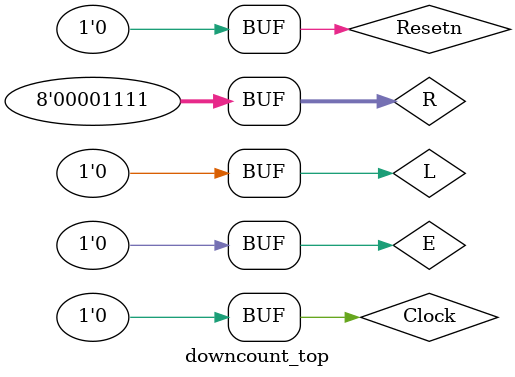
<source format=v>
`timescale 1ns / 1ps


module downcount_top;
  reg Clock,Resetn,L,E;
  parameter n = 8;
  reg [n-1:0] R;
  wire [n-1:0] Q;
  // instance Qer design
  downcount ct_1(R, Resetn, Clock, E, L, Q);
  //clock generator
  initial begin Clock = 1'b0; repeat(30) #3 Clock= ~Clock;end
  //insert all the input signal
  initial begin Resetn=1'b0;#7 Resetn=1'b1; #35 Resetn=1'b0;end
  initial begin #12 L=1'b1; #5 L=1'b0; end
  initial begin #2 E=1'b1; #30 E=1'b0; end
  initial begin R=4'b1000; #14 R=4'b1101; #2 R=4'b1111;end

endmodule

</source>
